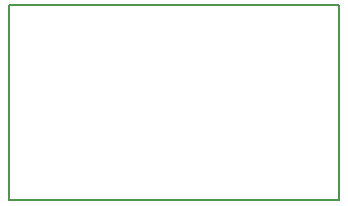
<source format=gbr>
G04 #@! TF.FileFunction,Profile,NP*
%FSLAX46Y46*%
G04 Gerber Fmt 4.6, Leading zero omitted, Abs format (unit mm)*
G04 Created by KiCad (PCBNEW 4.0.7) date Monday, 25 June 2018 'AMt' 00:00:04*
%MOMM*%
%LPD*%
G01*
G04 APERTURE LIST*
%ADD10C,0.100000*%
%ADD11C,0.150000*%
G04 APERTURE END LIST*
D10*
D11*
X116205000Y-77470000D02*
X116205000Y-60960000D01*
X144145000Y-77470000D02*
X116205000Y-77470000D01*
X144145000Y-60960000D02*
X144145000Y-77470000D01*
X116205000Y-60960000D02*
X144145000Y-60960000D01*
M02*

</source>
